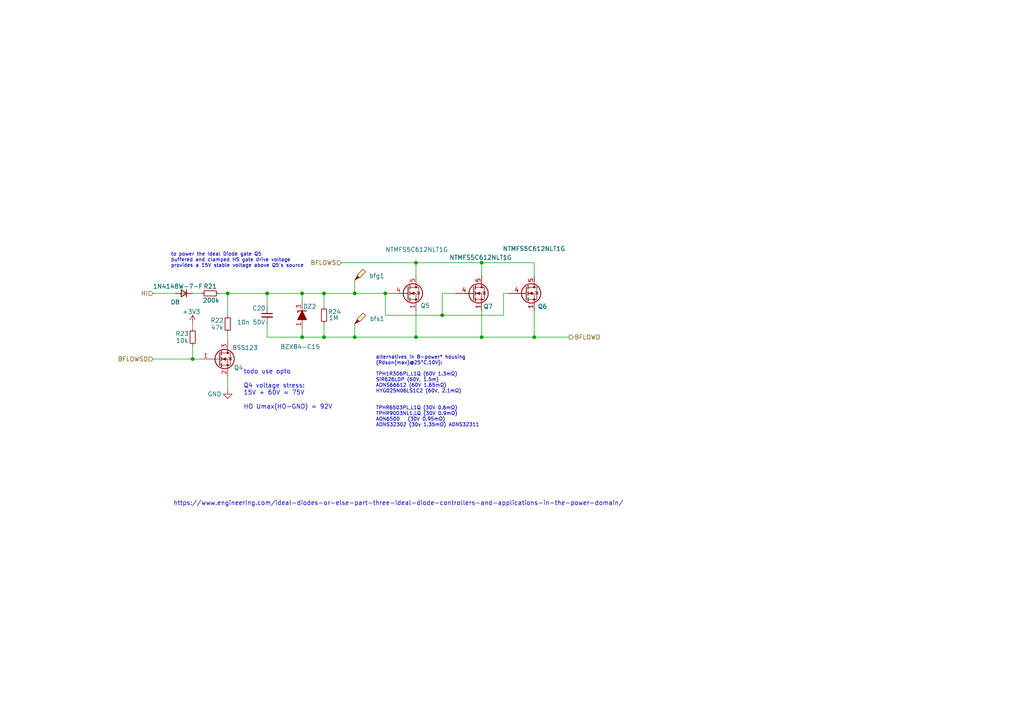
<source format=kicad_sch>
(kicad_sch (version 20250114) (generator "eeschema") (generator_version "9.0")
  (paper "A4")
  (lib_symbols
    (symbol "Connector:TestPoint_Probe" (pin_numbers (hide yes)) (pin_names (offset 0.762) (hide yes))
      (property "Reference" "TP" (at 1.651 5.842 0))
      (property "Value" "TestPoint_Probe" (at 1.651 4.064 0))
      (symbol "TestPoint_Probe_0_1"
        (polyline (pts (xy 1.27 0.762) (xy 0 0) (xy 0.762 1.27) (xy 1.27 0.762)) (fill (type outline)))
        (polyline (pts (xy 1.397 0.635) (xy 0.635 1.397) (xy 2.413 3.175) (xy 3.175 2.413) (xy 1.397 0.635)) (fill (type background)))
      )
      (symbol "TestPoint_Probe_1_1"
        (pin passive line (at 0 0 90) (length 0) (name "1") (number "1"))
      )
    )
    (symbol "D_Small_2" (pin_numbers (hide yes)) (pin_names (offset 0.254) (hide yes))
      (property "Reference" "D" (at -1.27 2.032 0))
      (property "Value" "D_Small" (at -3.81 -2.032 0))
      (symbol "D_Small_2_0_1"
        (polyline (pts (xy -0.762 0) (xy 0.762 0)))
        (polyline (pts (xy -0.762 -1.016) (xy -0.762 1.016)) (stroke (width 0.254)))
        (polyline (pts (xy 0.762 -1.016) (xy -0.762 0) (xy 0.762 1.016) (xy 0.762 -1.016)) (stroke (width 0.254)))
      )
      (symbol "D_Small_2_1_1"
        (pin passive line (at -2.54 0 0) (length 1.778) (name "K") (number "1"))
        (pin passive line (at 2.54 0 180) (length 1.778) (name "A") (number "2"))
      )
    )
    (symbol "Device:C_Small" (pin_numbers (hide yes)) (pin_names (offset 0.254) (hide yes))
      (property "Reference" "C" (at 0.254 1.778 0))
      (property "Value" "C_Small" (at 0.254 -2.032 0))
      (symbol "C_Small_0_1"
        (polyline (pts (xy -1.524 0.508) (xy 1.524 0.508)) (stroke (width 0.3048)))
        (polyline (pts (xy -1.524 -0.508) (xy 1.524 -0.508)) (stroke (width 0.3302)))
      )
      (symbol "C_Small_1_1"
        (pin passive line (at 0 2.54 270) (length 2.032) (name "~") (number "1"))
        (pin passive line (at 0 -2.54 90) (length 2.032) (name "~") (number "2"))
      )
    )
    (symbol "Device:R_Small" (pin_numbers (hide yes)) (pin_names (offset 0.254) (hide yes))
      (property "Reference" "R" (at 0 0 90))
      (property "Value" "R_Small" (at 1.778 0 90))
      (symbol "R_Small_0_1"
        (rectangle (start -0.762 1.778) (end 0.762 -1.778) (stroke (width 0.2032)))
      )
      (symbol "R_Small_1_1"
        (pin passive line (at 0 2.54 270) (length 0.762) (name "~") (number "1"))
        (pin passive line (at 0 -2.54 90) (length 0.762) (name "~") (number "2"))
      )
    )
    (symbol "PCM_Diode_Zener_AKL:BZX84-C15" (pin_names (offset 1.016) (hide yes))
      (property "Reference" "DZ" (at 0 5.08 0))
      (property "Value" "BZX84-C15" (at 0 2.54 0))
      (symbol "BZX84-C15_0_1"
        (polyline (pts (xy -1.27 1.27) (xy -1.27 -1.27) (xy 1.27 0) (xy -1.27 1.27)) (stroke (width 0.254)) (fill (type outline)))
        (polyline (pts (xy -1.27 0) (xy 1.27 0)))
        (polyline (pts (xy 1.27 1.27) (xy 0.762 1.27)) (stroke (width 0.254)))
        (polyline (pts (xy 1.27 -1.27) (xy 1.27 1.27)) (stroke (width 0.254)))
      )
      (symbol "BZX84-C15_1_1"
        (pin passive line (at -3.81 0 0) (length 2.54) (name "A") (number "1"))
        (pin no_connect line (at 0 0 0) (length 2.54) (hide yes) (name "NC") (number "2"))
        (pin passive line (at 3.81 0 180) (length 2.54) (name "K") (number "3"))
      )
    )
    (symbol "Transistor_FET:BSS123" (pin_names (hide yes))
      (property "Reference" "Q" (at 5.08 1.905 0))
      (property "Value" "BSS123" (at 5.08 0 0))
      (symbol "BSS123_0_1"
        (polyline (pts (xy 0.254 1.905) (xy 0.254 -1.905)) (stroke (width 0.254)))
        (polyline (pts (xy 0.254 0) (xy -2.54 0)))
        (polyline (pts (xy 0.762 2.286) (xy 0.762 1.27)) (stroke (width 0.254)))
        (polyline (pts (xy 0.762 0.508) (xy 0.762 -0.508)) (stroke (width 0.254)))
        (polyline (pts (xy 0.762 -1.27) (xy 0.762 -2.286)) (stroke (width 0.254)))
        (polyline (pts (xy 0.762 -1.778) (xy 3.302 -1.778) (xy 3.302 1.778) (xy 0.762 1.778)))
        (polyline (pts (xy 1.016 0) (xy 2.032 0.381) (xy 2.032 -0.381) (xy 1.016 0)) (fill (type outline)))
        (circle (center 1.651 0) (radius 2.794) (stroke (width 0.254)))
        (polyline (pts (xy 2.54 2.54) (xy 2.54 1.778)))
        (circle (center 2.54 1.778) (radius 0.254) (fill (type outline)))
        (circle (center 2.54 -1.778) (radius 0.254) (fill (type outline)))
        (polyline (pts (xy 2.54 -2.54) (xy 2.54 0) (xy 0.762 0)))
        (polyline (pts (xy 2.794 0.508) (xy 2.921 0.381) (xy 3.683 0.381) (xy 3.81 0.254)))
        (polyline (pts (xy 3.302 0.381) (xy 2.921 -0.254) (xy 3.683 -0.254) (xy 3.302 0.381)))
      )
      (symbol "BSS123_1_1"
        (pin input line (at -5.08 0 0) (length 2.54) (name "G") (number "1"))
        (pin passive line (at 2.54 5.08 270) (length 2.54) (name "D") (number "3"))
        (pin passive line (at 2.54 -5.08 90) (length 2.54) (name "S") (number "2"))
      )
    )
    (symbol "Transistor_FET:Q_NMOS_SSSGD_AvalancheRated" (pin_names (offset 0) (hide yes))
      (property "Reference" "Q" (at 5.08 1.905 0))
      (property "Value" "Q_NMOS_SSSGD_AvalancheRated" (at 5.08 0 0))
      (symbol "Q_NMOS_SSSGD_AvalancheRated_0_1"
        (polyline (pts (xy 0.254 1.905) (xy 0.254 -1.905)) (stroke (width 0.254)))
        (polyline (pts (xy 0.254 0) (xy -2.54 0)))
        (polyline (pts (xy 0.762 2.286) (xy 0.762 1.27)) (stroke (width 0.254)))
        (polyline (pts (xy 0.762 0.508) (xy 0.762 -0.508)) (stroke (width 0.254)))
        (polyline (pts (xy 0.762 -1.27) (xy 0.762 -2.286)) (stroke (width 0.254)))
        (polyline (pts (xy 0.762 -1.778) (xy 3.302 -1.778) (xy 3.302 1.778) (xy 0.762 1.778)))
        (polyline (pts (xy 1.016 0) (xy 2.032 0.381) (xy 2.032 -0.381) (xy 1.016 0)) (fill (type outline)))
        (circle (center 1.651 0) (radius 2.794) (stroke (width 0.254)))
        (polyline (pts (xy 2.54 2.54) (xy 2.54 1.778)))
        (circle (center 2.54 1.778) (radius 0.254) (fill (type outline)))
        (circle (center 2.54 -1.778) (radius 0.254) (fill (type outline)))
        (polyline (pts (xy 2.54 -2.54) (xy 2.54 0) (xy 0.762 0)))
        (polyline (pts (xy 2.794 0.508) (xy 2.921 0.381) (xy 3.683 0.381) (xy 3.81 0.254)))
        (polyline (pts (xy 3.302 0.381) (xy 2.921 -0.254) (xy 3.683 -0.254) (xy 3.302 0.381)))
      )
      (symbol "Q_NMOS_SSSGD_AvalancheRated_1_1"
        (pin input line (at -5.08 0 0) (length 5.08) (name "G") (number "4"))
        (pin passive line (at 2.54 5.08 270) (length 2.54) (name "D") (number "5"))
        (pin passive line (at 2.54 -5.08 90) (length 2.54) (name "S") (number "1"))
        (pin passive line (at 2.54 -5.08 90) (length 2.54) (hide yes) (name "S") (number "2"))
        (pin passive line (at 2.54 -5.08 90) (length 2.54) (hide yes) (name "S") (number "3"))
      )
    )
    (symbol "power:+3.3V" (power) (pin_names (offset 0))
      (property "Value" "+3.3V" (at 0 3.556 0))
      (symbol "+3.3V_0_1"
        (polyline (pts (xy -0.762 1.27) (xy 0 2.54)))
        (polyline (pts (xy 0 2.54) (xy 0.762 1.27)))
        (polyline (pts (xy 0 0) (xy 0 2.54)))
      )
      (symbol "+3.3V_1_1"
        (pin power_in line (at 0 0 90) (length 0) (hide yes) (name "+3.3V") (number "1"))
      )
    )
    (symbol "power:GND" (power) (pin_numbers (hide yes)) (pin_names (offset 0) (hide yes))
      (property "Value" "GND" (at 0 -3.81 0))
      (symbol "GND_0_1"
        (polyline (pts (xy 0 0) (xy 0 -1.27) (xy 1.27 -1.27) (xy 0 -2.54) (xy -1.27 -1.27) (xy 0 -1.27)))
      )
      (symbol "GND_1_1"
        (pin power_in line (at 0 0 270) (length 0) (name "~") (number "1"))
      )
    )
  )
  (text "alternatives in 8-power* housing\n(Rdson(max)@25°C,10V):\n\nTPH1R306PL,L1Q (60V 1.3mΩ)\nSiR626LDP (60V, 1.5m)\nAONS66612 (60V 1.65mΩ)\nHYG025N06LS1C2 (60V, 2.1mΩ)\n\n\nTPHR6503PL,L1Q (30V 0.6mΩ)\nTPHR9003NL1,LQ (30V 0.9mΩ)\nAON6500   (30V 0.95mΩ)\nAONS32302 (30v 1.35mΩ) AONS32311\n" (at 108.966 123.952 0) (effects (font (size 1.016 1.016)) (justify left bottom)))
  (text "https://www.engineering.com/ideal-diodes-or-else-part-three-ideal-diode-controllers-and-applications-in-the-power-domain/" (at 115.57 146.05 0) (effects (font (size 1.27 1.27))))
  (text "todo use opto\n\nQ4 voltage stress:\n15V + 60V = 75V\n\nHO Umax(HO-GND) = 92V\n " (at 70.612 120.904 0) (effects (font (size 1.27 1.27)) (justify left bottom)))
  (text "to power the Ideal Diode gate Q5\nbuffered and clamped HS gate drive voltage\nprovides a 15V stable voltage above Q5's source" (at 49.53 77.724 0) (effects (font (size 1.016 1.016)) (justify left bottom)))
  (junction (at 102.87 97.79))
  (junction (at 55.88 104.14))
  (junction (at 93.98 97.79))
  (junction (at 128.27 91.44))
  (junction (at 87.63 97.79))
  (junction (at 93.98 85.09))
  (junction (at 77.47 85.09))
  (junction (at 120.65 97.79))
  (junction (at 154.94 97.79))
  (junction (at 87.63 85.09))
  (junction (at 111.76 85.09))
  (junction (at 139.7 97.79))
  (junction (at 139.7 76.2))
  (junction (at 102.87 85.09))
  (junction (at 66.04 85.09))
  (junction (at 120.65 76.2))
  (wire (pts (xy 120.65 90.17) (xy 120.65 97.79)))
  (wire (pts (xy 77.47 88.9) (xy 77.47 85.09)))
  (wire (pts (xy 93.98 93.98) (xy 93.98 97.79)))
  (wire (pts (xy 44.45 85.09) (xy 50.8 85.09)))
  (wire (pts (xy 139.7 97.79) (xy 139.7 90.17)))
  (wire (pts (xy 44.45 104.14) (xy 55.88 104.14)))
  (wire (pts (xy 66.04 113.03) (xy 66.04 109.22)))
  (wire (pts (xy 55.88 85.09) (xy 58.42 85.09)))
  (wire (pts (xy 87.63 97.79) (xy 93.98 97.79)))
  (wire (pts (xy 87.63 95.25) (xy 87.63 97.79)))
  (wire (pts (xy 154.94 76.2) (xy 139.7 76.2)))
  (wire (pts (xy 77.47 97.79) (xy 87.63 97.79)))
  (wire (pts (xy 102.87 93.98) (xy 102.87 97.79)))
  (wire (pts (xy 99.06 76.2) (xy 120.65 76.2)))
  (wire (pts (xy 139.7 76.2) (xy 139.7 80.01)))
  (wire (pts (xy 120.65 76.2) (xy 139.7 76.2)))
  (wire (pts (xy 66.04 85.09) (xy 63.5 85.09)))
  (wire (pts (xy 120.65 76.2) (xy 120.65 80.01)))
  (wire (pts (xy 66.04 96.52) (xy 66.04 99.06)))
  (wire (pts (xy 154.94 80.01) (xy 154.94 76.2)))
  (wire (pts (xy 102.87 97.79) (xy 120.65 97.79)))
  (wire (pts (xy 111.76 85.09) (xy 111.76 91.44)))
  (wire (pts (xy 146.05 91.44) (xy 146.05 85.09)))
  (wire (pts (xy 93.98 85.09) (xy 93.98 88.9)))
  (wire (pts (xy 55.88 93.98) (xy 55.88 95.25)))
  (wire (pts (xy 93.98 97.79) (xy 102.87 97.79)))
  (wire (pts (xy 77.47 93.98) (xy 77.47 97.79)))
  (wire (pts (xy 128.27 85.09) (xy 132.08 85.09)))
  (wire (pts (xy 120.65 97.79) (xy 139.7 97.79)))
  (wire (pts (xy 111.76 85.09) (xy 113.03 85.09)))
  (wire (pts (xy 87.63 87.63) (xy 87.63 85.09)))
  (wire (pts (xy 128.27 91.44) (xy 146.05 91.44)))
  (wire (pts (xy 77.47 85.09) (xy 87.63 85.09)))
  (wire (pts (xy 102.87 85.09) (xy 111.76 85.09)))
  (wire (pts (xy 154.94 90.17) (xy 154.94 97.79)))
  (wire (pts (xy 111.76 91.44) (xy 128.27 91.44)))
  (wire (pts (xy 154.94 97.79) (xy 139.7 97.79)))
  (wire (pts (xy 87.63 85.09) (xy 93.98 85.09)))
  (wire (pts (xy 128.27 91.44) (xy 128.27 85.09)))
  (wire (pts (xy 154.94 97.79) (xy 165.1 97.79)))
  (wire (pts (xy 55.88 104.14) (xy 58.42 104.14)))
  (wire (pts (xy 55.88 100.33) (xy 55.88 104.14)))
  (wire (pts (xy 146.05 85.09) (xy 147.32 85.09)))
  (wire (pts (xy 66.04 85.09) (xy 77.47 85.09)))
  (wire (pts (xy 102.87 85.09) (xy 102.87 81.28)))
  (wire (pts (xy 66.04 85.09) (xy 66.04 91.44)))
  (wire (pts (xy 93.98 85.09) (xy 102.87 85.09)))
  (hierarchical_label "HI" (shape input) (at 44.45 85.09 180))
  (hierarchical_label "BFLOWSD" (shape input) (at 44.45 104.14 180))
  (hierarchical_label "BFLOWS" (shape input) (at 99.06 76.2 180))
  (hierarchical_label "BFLOWD" (shape output) (at 165.1 97.79 0))
  (symbol (lib_id "power:GND") (at 66.04 113.03 0) (unit 1)
    (property "Reference" "#PWR08" (effects (hide yes)))
    (property "Value" "GND" (at 62.23 114.3 0))
    (property "Description" "Power symbol creates a global label with name \"GND\" , ground" (effects (hide yes)))
  )
  (symbol (lib_id "Device:R_Small") (at 60.96 85.09 270) (unit 1)
    (property "Reference" "R21" (at 60.96 83.058 90))
    (property "Value" "200k" (at 61.214 87.122 90))
    (property "Footprint" "Resistor_SMD:R_0805_2012Metric" (effects (hide yes)))
    (property "Description" "Resistor, small symbol" (effects (hide yes)))
    (property "MPN" "200k" (effects (hide yes)))
    (property "Desc" "Bflow drive" (effects (hide yes)))
  )
  (symbol (lib_id "power:+3.3V") (at 55.88 93.98 0) (unit 1)
    (property "Reference" "#PWR05" (effects (hide yes)))
    (property "Value" "+3V3" (at 52.832 90.424 0) (effects (justify left)))
  )
  (symbol (lib_id "Connector:TestPoint_Probe") (at 102.87 93.98 0) (unit 1)
    (property "Reference" "bfs1" (at 107.188 92.456 0) (effects (justify left)))
    (property "Footprint" "TestPoint:TestPoint_Pad_D1.5mm" (effects (hide yes)))
    (property "MPN" "DNP" (effects (hide yes)))
  )
  (symbol (lib_id "Connector:TestPoint_Probe") (at 102.87 81.28 0) (unit 1)
    (property "Reference" "bfg1" (at 111.506 80.01 0) (effects (justify right)))
    (property "Footprint" "TestPoint:TestPoint_Pad_D1.5mm" (effects (hide yes)))
    (property "MPN" "DNP" (effects (hide yes)))
  )
  (symbol (lib_id "Transistor_FET:Q_NMOS_SSSGD_AvalancheRated") (at 118.11 85.09 0) (unit 1)
    (property "Reference" "Q5" (at 121.92 88.646 0) (effects (justify left)))
    (property "Value" "NTMFS5C612NLT1G" (at 111.76 72.39 0) (effects (justify left)))
    (property "Footprint" "local:DFN-5_L6.1-W5.1-P1.27-BL" (effects (hide yes)))
    (property "Description" "N-MOSFET transistor, source (pins 1-3)/gate/drain (pin 5), SO-8/SO-8F/SO-8FL/SON-8/PowerPAK-8/TDSON-8/VSON-8" (effects (hide yes)))
    (property "MPN" "NTMFS5C612NLT1G" (effects (hide yes)))
    (property "Desc" "Bflow" (effects (hide yes)))
    (property "LCSC" "C348543" (effects (hide yes)))
  )
  (symbol (lib_id "Transistor_FET:BSS123") (at 63.5 104.14 0) (unit 1)
    (property "Reference" "Q4" (at 67.818 106.68 0) (effects (justify left)))
    (property "Value" "BSS123" (at 67.31 100.838 0) (effects (justify left)))
    (property "Footprint" "Package_TO_SOT_SMD:SOT-23" (effects (hide yes)))
    (property "Datasheet" "http://www.diodes.com/assets/Datasheets/ds30366.pdf" (effects (hide yes)))
    (property "Description" "0.17A Id, 100V Vds, N-Channel MOSFET, SOT-23" (effects (hide yes)))
    (property "MPN" "BSS123-7-F" (effects (hide yes)))
    (property "Desc" "Bflow drive" (effects (hide yes)))
    (property "Manufacturer" "Diodes Incorporated" (effects (hide yes)))
    (property "Digikey" "BSS123" (effects (hide yes)))
    (property "LCSC" "C85107" (effects (hide yes)))
  )
  (symbol (lib_id "Transistor_FET:Q_NMOS_SSSGD_AvalancheRated") (at 152.4 85.09 0) (unit 1)
    (property "Reference" "Q6" (at 155.956 88.9 0) (effects (justify left)))
    (property "Value" "NTMFS5C612NLT1G" (at 145.796 72.136 0) (effects (justify left)))
    (property "Footprint" "local:DFN-5_L6.1-W5.1-P1.27-BL" (effects (hide yes)))
    (property "Description" "N-MOSFET transistor, source (pins 1-3)/gate/drain (pin 5), SO-8/SO-8F/SO-8FL/SON-8/PowerPAK-8/TDSON-8/VSON-8" (effects (hide yes)))
    (property "MPN" "NTMFS5C612NLT1G" (effects (hide yes)))
    (property "Desc" "Bflow" (effects (hide yes)))
    (property "LCSC" "C348543" (effects (hide yes)))
  )
  (symbol (lib_id "Device:R_Small") (at 55.88 97.79 180) (unit 1)
    (property "Reference" "R23" (at 52.832 96.774 0))
    (property "Value" "10k" (at 52.832 98.806 0))
    (property "Footprint" "Resistor_SMD:R_0805_2012Metric" (effects (hide yes)))
    (property "Description" "Resistor, small symbol" (effects (hide yes)))
    (property "MPN" "10k" (effects (hide yes)))
  )
  (symbol (lib_id "Device:R_Small") (at 66.04 93.98 180) (unit 1)
    (property "Reference" "R22" (at 62.992 92.964 0))
    (property "Value" "47k" (at 62.992 94.996 0))
    (property "Footprint" "Resistor_SMD:R_0805_2012Metric" (effects (hide yes)))
    (property "Description" "Resistor, small symbol" (effects (hide yes)))
    (property "MPN" "47k" (effects (hide yes)))
    (property "Desc" "Bflow drive" (effects (hide yes)))
  )
  (symbol (lib_name "D_Small_2") (lib_id "Device:D_Small") (at 53.34 85.09 180) (unit 1)
    (property "Reference" "D8" (at 50.8 87.63 0))
    (property "Value" "1N4148W-7-F" (at 51.562 83.058 0))
    (property "Footprint" "Diode_SMD:D_SOD-123" (effects (hide yes)))
    (property "MPN" "1N4148W-7-F" (effects (hide yes)))
    (property "Desc" "Bflow drive" (effects (hide yes)))
    (property "Sim.Device" "D" (effects (hide yes)))
    (property "Sim.Pins" "1=K 2=A" (effects (hide yes)))
    (property "Manufacturer" "Diodes Inc." (effects (hide yes)))
    (property "LCSC" "C83528" (effects (hide yes)))
  )
  (symbol (lib_id "PCM_Diode_Zener_AKL:BZX84-C15") (at 87.63 91.44 90) (unit 1)
    (property "Reference" "DZ2" (at 87.884 88.9 90) (effects (justify right)))
    (property "Value" "BZX84-C15" (at 81.28 100.584 90) (effects (justify right)))
    (property "Footprint" "Package_TO_SOT_SMD:SOT-23" (effects (hide yes)))
    (property "Datasheet" "https://www.tme.eu/Document/03134464ef3da46d8e5dc5da660bfe59/bzx84c2v4.pdf" (effects (hide yes)))
    (property "MPN" "BZX84-C15,215" (effects (hide yes)))
    (property "Desc" "Bflow drive" (effects (hide yes)))
  )
  (symbol (lib_id "Device:C_Small") (at 77.47 91.44 0) (unit 1)
    (property "Reference" "C20" (at 73.152 89.408 0) (effects (justify left)))
    (property "Value" "10n 50V" (at 76.962 93.472 0) (effects (justify right)))
    (property "Footprint" "Capacitor_SMD:C_0805_2012Metric" (effects (hide yes)))
    (property "Datasheet" "CL21F104ZBCNNNC" (effects (hide yes)))
    (property "MPN" "10nF, 50V" (effects (hide yes)))
    (property "Desc" "Bflow drive" (effects (hide yes)))
  )
  (symbol (lib_id "Device:R_Small") (at 93.98 91.44 180) (unit 1)
    (property "Reference" "R24" (at 97.028 90.424 0))
    (property "Value" "1M" (at 96.774 92.202 0))
    (property "Footprint" "Resistor_SMD:R_0805_2012Metric" (effects (hide yes)))
    (property "Description" "Resistor, small symbol" (effects (hide yes)))
    (property "MPN" "1M" (effects (hide yes)))
    (property "Desc" "Bflow drive" (effects (hide yes)))
  )
  (symbol (lib_id "Transistor_FET:Q_NMOS_SSSGD_AvalancheRated") (at 137.16 85.09 0) (unit 1)
    (property "Reference" "Q7" (at 140.208 88.9 0) (effects (justify left)))
    (property "Value" "NTMFS5C612NLT1G" (at 130.302 74.676 0) (effects (justify left)))
    (property "Footprint" "local:DFN-5_L6.1-W5.1-P1.27-BL" (effects (hide yes)))
    (property "Description" "N-MOSFET transistor, source (pins 1-3)/gate/drain (pin 5), SO-8/SO-8F/SO-8FL/SON-8/PowerPAK-8/TDSON-8/VSON-8" (effects (hide yes)))
    (property "MPN" "NTMFS5C612NLT1G" (effects (hide yes)))
    (property "Desc" "Bflow" (effects (hide yes)))
    (property "LCSC" "C348543" (effects (hide yes)))
  )
)
</source>
